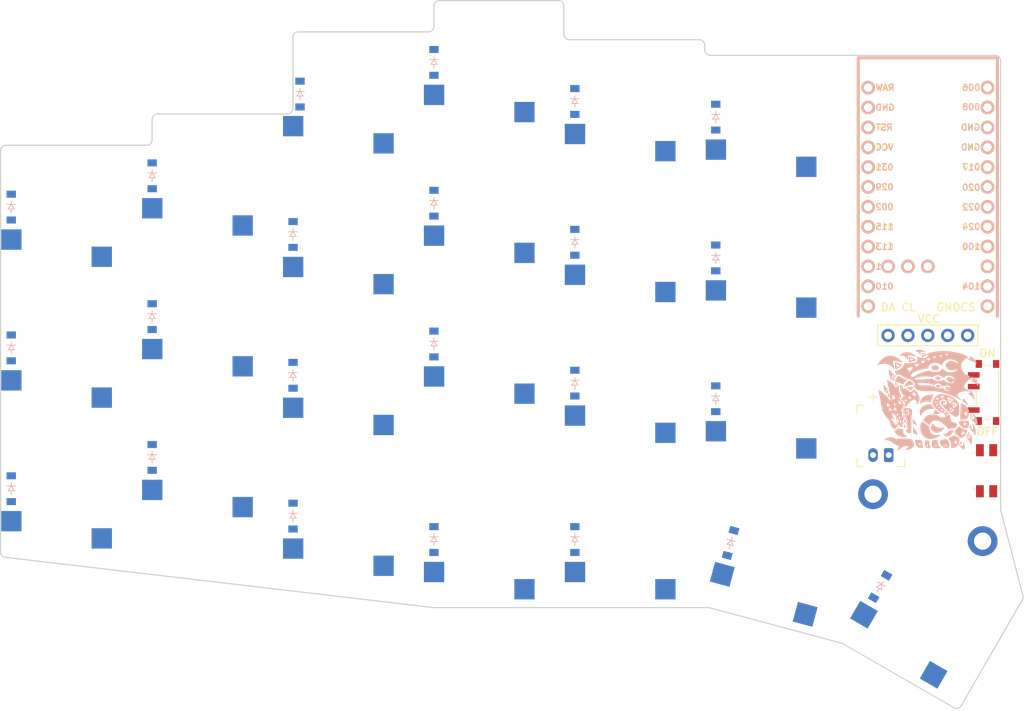
<source format=kicad_pcb>
(kicad_pcb (version 20171130) (host pcbnew 5.1.6)
  (title_block (title "left") (rev "v1.0.0") (company "Unknown"))
  (layers (0 F.Cu signal) (31 B.Cu signal) (34 B.Paste user) (35 F.Paste user) (36 B.SilkS user) (37 F.SilkS user) (38 B.Mask user) (39 F.Mask user) (44 Edge.Cuts user))
  (net 0 "")
  (net 1 "P031")
  (net 2 "outer_bottom")
  (net 3 "outer_home")
  (net 4 "outer_top")
  (net 5 "P029")
  (net 6 "pinky_bottom")
  (net 7 "pinky_home")
  (net 8 "pinky_top")
  (net 9 "P002")
  (net 10 "ring_bonus")
  (net 11 "ring_bottom")
  (net 12 "ring_home")
  (net 13 "ring_top")
  (net 14 "P115")
  (net 15 "middle_bottom")
  (net 16 "middle_home")
  (net 17 "middle_top")
  (net 18 "P113")
  (net 19 "index_bottom")
  (net 20 "index_home")
  (net 21 "index_top")
  (net 22 "P111")
  (net 23 "inner_bottom")
  (net 24 "inner_home")
  (net 25 "inner_top")
  (net 26 "inner_thumb")
  (net 27 "close_thumb")
  (net 28 "home_thumb")
  (net 29 "P010")
  (net 30 "outer_thumb")
  (net 31 "P022")
  (net 32 "P020")
  (net 33 "P017")
  (net 34 "P024")
  (net 35 "RAW")
  (net 36 "GND")
  (net 37 "RST")
  (net 38 "VCC")
  (net 39 "P009")
  (net 40 "P006")
  (net 41 "P008")
  (net 42 "P100")
  (net 43 "P011")
  (net 44 "P104")
  (net 45 "P106")
  (net 46 "P101")
  (net 47 "P102")
  (net 48 "P107")
  (net 49 "DISP1_1")
  (net 50 "DISP1_2")
  (net 51 "DISP1_4")
  (net 52 "DISP1_5")
  (net 53 "BAT_P")
  (net 54 "JST1_1")
  (net 55 "JST1_2")
  (module PG1350 (layer F.Cu) (at 170 172 180)
    (fp_text reference "S1" hide)
    (fp_text value "" hide)
    (pad "" np_thru_hole circle (at 0 0) (size 3.429 3.429) (drill 3.429) (layers *.Cu *.Mask))
    (pad "" np_thru_hole circle (at 5.5 0) (size 1.7018 1.7018) (drill 1.7018) (layers *.Cu *.Mask))
    (pad "" np_thru_hole circle (at -5.5 0) (size 1.7018 1.7018) (drill 1.7018) (layers *.Cu *.Mask))
    (pad "" np_thru_hole circle (at 5 -3.75) (size 3 3) (drill 3) (layers *.Cu *.Mask))
    (pad "" np_thru_hole circle (at 0 -5.95) (size 3 3) (drill 3) (layers *.Cu *.Mask))
    (pad 1 smd rect (at -3.275 -5.95 180) (size 2.6 2.6) (layers B.Cu B.Paste B.Mask) (net 1 "P031"))
    (pad 2 smd rect (at 8.275 -3.75 180) (size 2.6 2.6) (layers B.Cu B.Paste B.Mask) (net 2 "outer_bottom"))
  )
  (module PG1350 (layer F.Cu) (at 170 154 180)
    (fp_text reference "S2" hide)
    (fp_text value "" hide)
    (pad "" np_thru_hole circle (at 0 0) (size 3.429 3.429) (drill 3.429) (layers *.Cu *.Mask))
    (pad "" np_thru_hole circle (at 5.5 0) (size 1.7018 1.7018) (drill 1.7018) (layers *.Cu *.Mask))
    (pad "" np_thru_hole circle (at -5.5 0) (size 1.7018 1.7018) (drill 1.7018) (layers *.Cu *.Mask))
    (pad "" np_thru_hole circle (at 5 -3.75) (size 3 3) (drill 3) (layers *.Cu *.Mask))
    (pad "" np_thru_hole circle (at 0 -5.95) (size 3 3) (drill 3) (layers *.Cu *.Mask))
    (pad 1 smd rect (at -3.275 -5.95 180) (size 2.6 2.6) (layers B.Cu B.Paste B.Mask) (net 1 "P031"))
    (pad 2 smd rect (at 8.275 -3.75 180) (size 2.6 2.6) (layers B.Cu B.Paste B.Mask) (net 3 "outer_home"))
  )
  (module PG1350 (layer F.Cu) (at 170 136 180)
    (fp_text reference "S3" hide)
    (fp_text value "" hide)
    (pad "" np_thru_hole circle (at 0 0) (size 3.429 3.429) (drill 3.429) (layers *.Cu *.Mask))
    (pad "" np_thru_hole circle (at 5.5 0) (size 1.7018 1.7018) (drill 1.7018) (layers *.Cu *.Mask))
    (pad "" np_thru_hole circle (at -5.5 0) (size 1.7018 1.7018) (drill 1.7018) (layers *.Cu *.Mask))
    (pad "" np_thru_hole circle (at 5 -3.75) (size 3 3) (drill 3) (layers *.Cu *.Mask))
    (pad "" np_thru_hole circle (at 0 -5.95) (size 3 3) (drill 3) (layers *.Cu *.Mask))
    (pad 1 smd rect (at -3.275 -5.95 180) (size 2.6 2.6) (layers B.Cu B.Paste B.Mask) (net 1 "P031"))
    (pad 2 smd rect (at 8.275 -3.75 180) (size 2.6 2.6) (layers B.Cu B.Paste B.Mask) (net 4 "outer_top"))
  )
  (module PG1350 (layer F.Cu) (at 188 168 180)
    (fp_text reference "S4" hide)
    (fp_text value "" hide)
    (pad "" np_thru_hole circle (at 0 0) (size 3.429 3.429) (drill 3.429) (layers *.Cu *.Mask))
    (pad "" np_thru_hole circle (at 5.5 0) (size 1.7018 1.7018) (drill 1.7018) (layers *.Cu *.Mask))
    (pad "" np_thru_hole circle (at -5.5 0) (size 1.7018 1.7018) (drill 1.7018) (layers *.Cu *.Mask))
    (pad "" np_thru_hole circle (at 5 -3.75) (size 3 3) (drill 3) (layers *.Cu *.Mask))
    (pad "" np_thru_hole circle (at 0 -5.95) (size 3 3) (drill 3) (layers *.Cu *.Mask))
    (pad 1 smd rect (at -3.275 -5.95 180) (size 2.6 2.6) (layers B.Cu B.Paste B.Mask) (net 5 "P029"))
    (pad 2 smd rect (at 8.275 -3.75 180) (size 2.6 2.6) (layers B.Cu B.Paste B.Mask) (net 6 "pinky_bottom"))
  )
  (module PG1350 (layer F.Cu) (at 188 150 180)
    (fp_text reference "S5" hide)
    (fp_text value "" hide)
    (pad "" np_thru_hole circle (at 0 0) (size 3.429 3.429) (drill 3.429) (layers *.Cu *.Mask))
    (pad "" np_thru_hole circle (at 5.5 0) (size 1.7018 1.7018) (drill 1.7018) (layers *.Cu *.Mask))
    (pad "" np_thru_hole circle (at -5.5 0) (size 1.7018 1.7018) (drill 1.7018) (layers *.Cu *.Mask))
    (pad "" np_thru_hole circle (at 5 -3.75) (size 3 3) (drill 3) (layers *.Cu *.Mask))
    (pad "" np_thru_hole circle (at 0 -5.95) (size 3 3) (drill 3) (layers *.Cu *.Mask))
    (pad 1 smd rect (at -3.275 -5.95 180) (size 2.6 2.6) (layers B.Cu B.Paste B.Mask) (net 5 "P029"))
    (pad 2 smd rect (at 8.275 -3.75 180) (size 2.6 2.6) (layers B.Cu B.Paste B.Mask) (net 7 "pinky_home"))
  )
  (module PG1350 (layer F.Cu) (at 188 132 180)
    (fp_text reference "S6" hide)
    (fp_text value "" hide)
    (pad "" np_thru_hole circle (at 0 0) (size 3.429 3.429) (drill 3.429) (layers *.Cu *.Mask))
    (pad "" np_thru_hole circle (at 5.5 0) (size 1.7018 1.7018) (drill 1.7018) (layers *.Cu *.Mask))
    (pad "" np_thru_hole circle (at -5.5 0) (size 1.7018 1.7018) (drill 1.7018) (layers *.Cu *.Mask))
    (pad "" np_thru_hole circle (at 5 -3.75) (size 3 3) (drill 3) (layers *.Cu *.Mask))
    (pad "" np_thru_hole circle (at 0 -5.95) (size 3 3) (drill 3) (layers *.Cu *.Mask))
    (pad 1 smd rect (at -3.275 -5.95 180) (size 2.6 2.6) (layers B.Cu B.Paste B.Mask) (net 5 "P029"))
    (pad 2 smd rect (at 8.275 -3.75 180) (size 2.6 2.6) (layers B.Cu B.Paste B.Mask) (net 8 "pinky_top"))
  )
  (module PG1350 (layer F.Cu) (at 206 175.5 180)
    (fp_text reference "S7" hide)
    (fp_text value "" hide)
    (pad "" np_thru_hole circle (at 0 0) (size 3.429 3.429) (drill 3.429) (layers *.Cu *.Mask))
    (pad "" np_thru_hole circle (at 5.5 0) (size 1.7018 1.7018) (drill 1.7018) (layers *.Cu *.Mask))
    (pad "" np_thru_hole circle (at -5.5 0) (size 1.7018 1.7018) (drill 1.7018) (layers *.Cu *.Mask))
    (pad "" np_thru_hole circle (at 5 -3.75) (size 3 3) (drill 3) (layers *.Cu *.Mask))
    (pad "" np_thru_hole circle (at 0 -5.95) (size 3 3) (drill 3) (layers *.Cu *.Mask))
    (pad 1 smd rect (at -3.275 -5.95 180) (size 2.6 2.6) (layers B.Cu B.Paste B.Mask) (net 9 "P002"))
    (pad 2 smd rect (at 8.275 -3.75 180) (size 2.6 2.6) (layers B.Cu B.Paste B.Mask) (net 10 "ring_bonus"))
  )
  (module PG1350 (layer F.Cu) (at 206 157.5 180)
    (fp_text reference "S8" hide)
    (fp_text value "" hide)
    (pad "" np_thru_hole circle (at 0 0) (size 3.429 3.429) (drill 3.429) (layers *.Cu *.Mask))
    (pad "" np_thru_hole circle (at 5.5 0) (size 1.7018 1.7018) (drill 1.7018) (layers *.Cu *.Mask))
    (pad "" np_thru_hole circle (at -5.5 0) (size 1.7018 1.7018) (drill 1.7018) (layers *.Cu *.Mask))
    (pad "" np_thru_hole circle (at 5 -3.75) (size 3 3) (drill 3) (layers *.Cu *.Mask))
    (pad "" np_thru_hole circle (at 0 -5.95) (size 3 3) (drill 3) (layers *.Cu *.Mask))
    (pad 1 smd rect (at -3.275 -5.95 180) (size 2.6 2.6) (layers B.Cu B.Paste B.Mask) (net 9 "P002"))
    (pad 2 smd rect (at 8.275 -3.75 180) (size 2.6 2.6) (layers B.Cu B.Paste B.Mask) (net 11 "ring_bottom"))
  )
  (module PG1350 (layer F.Cu) (at 206 139.5 180)
    (fp_text reference "S9" hide)
    (fp_text value "" hide)
    (pad "" np_thru_hole circle (at 0 0) (size 3.429 3.429) (drill 3.429) (layers *.Cu *.Mask))
    (pad "" np_thru_hole circle (at 5.5 0) (size 1.7018 1.7018) (drill 1.7018) (layers *.Cu *.Mask))
    (pad "" np_thru_hole circle (at -5.5 0) (size 1.7018 1.7018) (drill 1.7018) (layers *.Cu *.Mask))
    (pad "" np_thru_hole circle (at 5 -3.75) (size 3 3) (drill 3) (layers *.Cu *.Mask))
    (pad "" np_thru_hole circle (at 0 -5.95) (size 3 3) (drill 3) (layers *.Cu *.Mask))
    (pad 1 smd rect (at -3.275 -5.95 180) (size 2.6 2.6) (layers B.Cu B.Paste B.Mask) (net 9 "P002"))
    (pad 2 smd rect (at 8.275 -3.75 180) (size 2.6 2.6) (layers B.Cu B.Paste B.Mask) (net 12 "ring_home"))
  )
  (module PG1350 (layer F.Cu) (at 206 121.5 180)
    (fp_text reference "S10" hide)
    (fp_text value "" hide)
    (pad "" np_thru_hole circle (at 0 0) (size 3.429 3.429) (drill 3.429) (layers *.Cu *.Mask))
    (pad "" np_thru_hole circle (at 5.5 0) (size 1.7018 1.7018) (drill 1.7018) (layers *.Cu *.Mask))
    (pad "" np_thru_hole circle (at -5.5 0) (size 1.7018 1.7018) (drill 1.7018) (layers *.Cu *.Mask))
    (pad "" np_thru_hole circle (at 5 -3.75) (size 3 3) (drill 3) (layers *.Cu *.Mask))
    (pad "" np_thru_hole circle (at 0 -5.95) (size 3 3) (drill 3) (layers *.Cu *.Mask))
    (pad 1 smd rect (at -3.275 -5.95 180) (size 2.6 2.6) (layers B.Cu B.Paste B.Mask) (net 9 "P002"))
    (pad 2 smd rect (at 8.275 -3.75 180) (size 2.6 2.6) (layers B.Cu B.Paste B.Mask) (net 13 "ring_top"))
  )
  (module PG1350 (layer F.Cu) (at 224 153.5 180)
    (fp_text reference "S11" hide)
    (fp_text value "" hide)
    (pad "" np_thru_hole circle (at 0 0) (size 3.429 3.429) (drill 3.429) (layers *.Cu *.Mask))
    (pad "" np_thru_hole circle (at 5.5 0) (size 1.7018 1.7018) (drill 1.7018) (layers *.Cu *.Mask))
    (pad "" np_thru_hole circle (at -5.5 0) (size 1.7018 1.7018) (drill 1.7018) (layers *.Cu *.Mask))
    (pad "" np_thru_hole circle (at 5 -3.75) (size 3 3) (drill 3) (layers *.Cu *.Mask))
    (pad "" np_thru_hole circle (at 0 -5.95) (size 3 3) (drill 3) (layers *.Cu *.Mask))
    (pad 1 smd rect (at -3.275 -5.95 180) (size 2.6 2.6) (layers B.Cu B.Paste B.Mask) (net 14 "P115"))
    (pad 2 smd rect (at 8.275 -3.75 180) (size 2.6 2.6) (layers B.Cu B.Paste B.Mask) (net 15 "middle_bottom"))
  )
  (module PG1350 (layer F.Cu) (at 224 135.5 180)
    (fp_text reference "S12" hide)
    (fp_text value "" hide)
    (pad "" np_thru_hole circle (at 0 0) (size 3.429 3.429) (drill 3.429) (layers *.Cu *.Mask))
    (pad "" np_thru_hole circle (at 5.5 0) (size 1.7018 1.7018) (drill 1.7018) (layers *.Cu *.Mask))
    (pad "" np_thru_hole circle (at -5.5 0) (size 1.7018 1.7018) (drill 1.7018) (layers *.Cu *.Mask))
    (pad "" np_thru_hole circle (at 5 -3.75) (size 3 3) (drill 3) (layers *.Cu *.Mask))
    (pad "" np_thru_hole circle (at 0 -5.95) (size 3 3) (drill 3) (layers *.Cu *.Mask))
    (pad 1 smd rect (at -3.275 -5.95 180) (size 2.6 2.6) (layers B.Cu B.Paste B.Mask) (net 14 "P115"))
    (pad 2 smd rect (at 8.275 -3.75 180) (size 2.6 2.6) (layers B.Cu B.Paste B.Mask) (net 16 "middle_home"))
  )
  (module PG1350 (layer F.Cu) (at 224 117.5 180)
    (fp_text reference "S13" hide)
    (fp_text value "" hide)
    (pad "" np_thru_hole circle (at 0 0) (size 3.429 3.429) (drill 3.429) (layers *.Cu *.Mask))
    (pad "" np_thru_hole circle (at 5.5 0) (size 1.7018 1.7018) (drill 1.7018) (layers *.Cu *.Mask))
    (pad "" np_thru_hole circle (at -5.5 0) (size 1.7018 1.7018) (drill 1.7018) (layers *.Cu *.Mask))
    (pad "" np_thru_hole circle (at 5 -3.75) (size 3 3) (drill 3) (layers *.Cu *.Mask))
    (pad "" np_thru_hole circle (at 0 -5.95) (size 3 3) (drill 3) (layers *.Cu *.Mask))
    (pad 1 smd rect (at -3.275 -5.95 180) (size 2.6 2.6) (layers B.Cu B.Paste B.Mask) (net 14 "P115"))
    (pad 2 smd rect (at 8.275 -3.75 180) (size 2.6 2.6) (layers B.Cu B.Paste B.Mask) (net 17 "middle_top"))
  )
  (module PG1350 (layer F.Cu) (at 242 158.5 180)
    (fp_text reference "S14" hide)
    (fp_text value "" hide)
    (pad "" np_thru_hole circle (at 0 0) (size 3.429 3.429) (drill 3.429) (layers *.Cu *.Mask))
    (pad "" np_thru_hole circle (at 5.5 0) (size 1.7018 1.7018) (drill 1.7018) (layers *.Cu *.Mask))
    (pad "" np_thru_hole circle (at -5.5 0) (size 1.7018 1.7018) (drill 1.7018) (layers *.Cu *.Mask))
    (pad "" np_thru_hole circle (at 5 -3.75) (size 3 3) (drill 3) (layers *.Cu *.Mask))
    (pad "" np_thru_hole circle (at 0 -5.95) (size 3 3) (drill 3) (layers *.Cu *.Mask))
    (pad 1 smd rect (at -3.275 -5.95 180) (size 2.6 2.6) (layers B.Cu B.Paste B.Mask) (net 18 "P113"))
    (pad 2 smd rect (at 8.275 -3.75 180) (size 2.6 2.6) (layers B.Cu B.Paste B.Mask) (net 19 "index_bottom"))
  )
  (module PG1350 (layer F.Cu) (at 242 140.5 180)
    (fp_text reference "S15" hide)
    (fp_text value "" hide)
    (pad "" np_thru_hole circle (at 0 0) (size 3.429 3.429) (drill 3.429) (layers *.Cu *.Mask))
    (pad "" np_thru_hole circle (at 5.5 0) (size 1.7018 1.7018) (drill 1.7018) (layers *.Cu *.Mask))
    (pad "" np_thru_hole circle (at -5.5 0) (size 1.7018 1.7018) (drill 1.7018) (layers *.Cu *.Mask))
    (pad "" np_thru_hole circle (at 5 -3.75) (size 3 3) (drill 3) (layers *.Cu *.Mask))
    (pad "" np_thru_hole circle (at 0 -5.95) (size 3 3) (drill 3) (layers *.Cu *.Mask))
    (pad 1 smd rect (at -3.275 -5.95 180) (size 2.6 2.6) (layers B.Cu B.Paste B.Mask) (net 18 "P113"))
    (pad 2 smd rect (at 8.275 -3.75 180) (size 2.6 2.6) (layers B.Cu B.Paste B.Mask) (net 20 "index_home"))
  )
  (module PG1350 (layer F.Cu) (at 242 122.5 180)
    (fp_text reference "S16" hide)
    (fp_text value "" hide)
    (pad "" np_thru_hole circle (at 0 0) (size 3.429 3.429) (drill 3.429) (layers *.Cu *.Mask))
    (pad "" np_thru_hole circle (at 5.5 0) (size 1.7018 1.7018) (drill 1.7018) (layers *.Cu *.Mask))
    (pad "" np_thru_hole circle (at -5.5 0) (size 1.7018 1.7018) (drill 1.7018) (layers *.Cu *.Mask))
    (pad "" np_thru_hole circle (at 5 -3.75) (size 3 3) (drill 3) (layers *.Cu *.Mask))
    (pad "" np_thru_hole circle (at 0 -5.95) (size 3 3) (drill 3) (layers *.Cu *.Mask))
    (pad 1 smd rect (at -3.275 -5.95 180) (size 2.6 2.6) (layers B.Cu B.Paste B.Mask) (net 18 "P113"))
    (pad 2 smd rect (at 8.275 -3.75 180) (size 2.6 2.6) (layers B.Cu B.Paste B.Mask) (net 21 "index_top"))
  )
  (module PG1350 (layer F.Cu) (at 260 160.5 180)
    (fp_text reference "S17" hide)
    (fp_text value "" hide)
    (pad "" np_thru_hole circle (at 0 0) (size 3.429 3.429) (drill 3.429) (layers *.Cu *.Mask))
    (pad "" np_thru_hole circle (at 5.5 0) (size 1.7018 1.7018) (drill 1.7018) (layers *.Cu *.Mask))
    (pad "" np_thru_hole circle (at -5.5 0) (size 1.7018 1.7018) (drill 1.7018) (layers *.Cu *.Mask))
    (pad "" np_thru_hole circle (at 5 -3.75) (size 3 3) (drill 3) (layers *.Cu *.Mask))
    (pad "" np_thru_hole circle (at 0 -5.95) (size 3 3) (drill 3) (layers *.Cu *.Mask))
    (pad 1 smd rect (at -3.275 -5.95 180) (size 2.6 2.6) (layers B.Cu B.Paste B.Mask) (net 22 "P111"))
    (pad 2 smd rect (at 8.275 -3.75 180) (size 2.6 2.6) (layers B.Cu B.Paste B.Mask) (net 23 "inner_bottom"))
  )
  (module PG1350 (layer F.Cu) (at 260 142.5 180)
    (fp_text reference "S18" hide)
    (fp_text value "" hide)
    (pad "" np_thru_hole circle (at 0 0) (size 3.429 3.429) (drill 3.429) (layers *.Cu *.Mask))
    (pad "" np_thru_hole circle (at 5.5 0) (size 1.7018 1.7018) (drill 1.7018) (layers *.Cu *.Mask))
    (pad "" np_thru_hole circle (at -5.5 0) (size 1.7018 1.7018) (drill 1.7018) (layers *.Cu *.Mask))
    (pad "" np_thru_hole circle (at 5 -3.75) (size 3 3) (drill 3) (layers *.Cu *.Mask))
    (pad "" np_thru_hole circle (at 0 -5.95) (size 3 3) (drill 3) (layers *.Cu *.Mask))
    (pad 1 smd rect (at -3.275 -5.95 180) (size 2.6 2.6) (layers B.Cu B.Paste B.Mask) (net 22 "P111"))
    (pad 2 smd rect (at 8.275 -3.75 180) (size 2.6 2.6) (layers B.Cu B.Paste B.Mask) (net 24 "inner_home"))
  )
  (module PG1350 (layer F.Cu) (at 260 124.5 180)
    (fp_text reference "S19" hide)
    (fp_text value "" hide)
    (pad "" np_thru_hole circle (at 0 0) (size 3.429 3.429) (drill 3.429) (layers *.Cu *.Mask))
    (pad "" np_thru_hole circle (at 5.5 0) (size 1.7018 1.7018) (drill 1.7018) (layers *.Cu *.Mask))
    (pad "" np_thru_hole circle (at -5.5 0) (size 1.7018 1.7018) (drill 1.7018) (layers *.Cu *.Mask))
    (pad "" np_thru_hole circle (at 5 -3.75) (size 3 3) (drill 3) (layers *.Cu *.Mask))
    (pad "" np_thru_hole circle (at 0 -5.95) (size 3 3) (drill 3) (layers *.Cu *.Mask))
    (pad 1 smd rect (at -3.275 -5.95 180) (size 2.6 2.6) (layers B.Cu B.Paste B.Mask) (net 22 "P111"))
    (pad 2 smd rect (at 8.275 -3.75 180) (size 2.6 2.6) (layers B.Cu B.Paste B.Mask) (net 25 "inner_top"))
  )
  (module PG1350 (layer F.Cu) (at 224 178.5 180)
    (fp_text reference "S20" hide)
    (fp_text value "" hide)
    (pad "" np_thru_hole circle (at 0 0) (size 3.429 3.429) (drill 3.429) (layers *.Cu *.Mask))
    (pad "" np_thru_hole circle (at 5.5 0) (size 1.7018 1.7018) (drill 1.7018) (layers *.Cu *.Mask))
    (pad "" np_thru_hole circle (at -5.5 0) (size 1.7018 1.7018) (drill 1.7018) (layers *.Cu *.Mask))
    (pad "" np_thru_hole circle (at 5 -3.75) (size 3 3) (drill 3) (layers *.Cu *.Mask))
    (pad "" np_thru_hole circle (at 0 -5.95) (size 3 3) (drill 3) (layers *.Cu *.Mask))
    (pad 1 smd rect (at -3.275 -5.95 180) (size 2.6 2.6) (layers B.Cu B.Paste B.Mask) (net 14 "P115"))
    (pad 2 smd rect (at 8.275 -3.75 180) (size 2.6 2.6) (layers B.Cu B.Paste B.Mask) (net 26 "inner_thumb"))
  )
  (module PG1350 (layer F.Cu) (at 242 178.5 180)
    (fp_text reference "S21" hide)
    (fp_text value "" hide)
    (pad "" np_thru_hole circle (at 0 0) (size 3.429 3.429) (drill 3.429) (layers *.Cu *.Mask))
    (pad "" np_thru_hole circle (at 5.5 0) (size 1.7018 1.7018) (drill 1.7018) (layers *.Cu *.Mask))
    (pad "" np_thru_hole circle (at -5.5 0) (size 1.7018 1.7018) (drill 1.7018) (layers *.Cu *.Mask))
    (pad "" np_thru_hole circle (at 5 -3.75) (size 3 3) (drill 3) (layers *.Cu *.Mask))
    (pad "" np_thru_hole circle (at 0 -5.95) (size 3 3) (drill 3) (layers *.Cu *.Mask))
    (pad 1 smd rect (at -3.275 -5.95 180) (size 2.6 2.6) (layers B.Cu B.Paste B.Mask) (net 18 "P113"))
    (pad 2 smd rect (at 8.275 -3.75 180) (size 2.6 2.6) (layers B.Cu B.Paste B.Mask) (net 27 "close_thumb"))
  )
  (module PG1350 (layer F.Cu) (at 261.5050658 181.0678906 165)
    (fp_text reference "S22" hide)
    (fp_text value "" hide)
    (pad "" np_thru_hole circle (at 0 0) (size 3.429 3.429) (drill 3.429) (layers *.Cu *.Mask))
    (pad "" np_thru_hole circle (at 5.5 0) (size 1.7018 1.7018) (drill 1.7018) (layers *.Cu *.Mask))
    (pad "" np_thru_hole circle (at -5.5 0) (size 1.7018 1.7018) (drill 1.7018) (layers *.Cu *.Mask))
    (pad "" np_thru_hole circle (at 5 -3.75) (size 3 3) (drill 3) (layers *.Cu *.Mask))
    (pad "" np_thru_hole circle (at 0 -5.95) (size 3 3) (drill 3) (layers *.Cu *.Mask))
    (pad 1 smd rect (at -3.275 -5.95 165) (size 2.6 2.6) (layers B.Cu B.Paste B.Mask) (net 22 "P111"))
    (pad 2 smd rect (at 8.275 -3.75 165) (size 2.6 2.6) (layers B.Cu B.Paste B.Mask) (net 28 "home_thumb"))
  )
  (module PG1350 (layer F.Cu) (at 279.6808935 188.5965649 150)
    (fp_text reference "S23" hide)
    (fp_text value "" hide)
    (pad "" np_thru_hole circle (at 0 0) (size 3.429 3.429) (drill 3.429) (layers *.Cu *.Mask))
    (pad "" np_thru_hole circle (at 5.5 0) (size 1.7018 1.7018) (drill 1.7018) (layers *.Cu *.Mask))
    (pad "" np_thru_hole circle (at -5.5 0) (size 1.7018 1.7018) (drill 1.7018) (layers *.Cu *.Mask))
    (pad "" np_thru_hole circle (at 5 -3.75) (size 3 3) (drill 3) (layers *.Cu *.Mask))
    (pad "" np_thru_hole circle (at 0 -5.95) (size 3 3) (drill 3) (layers *.Cu *.Mask))
    (pad 1 smd rect (at -3.275 -5.95 150) (size 2.6 2.6) (layers B.Cu B.Paste B.Mask) (net 29 "P010"))
    (pad 2 smd rect (at 8.275 -3.75 150) (size 2.6 2.6) (layers B.Cu B.Paste B.Mask) (net 30 "outer_thumb"))
  )
  (footprint "ceoloide:diode_tht_sod123" (layer "B.Cu") (at 161.71 171.6 -90)
    (property "Reference" "D1" hide)
    (pad "2" smd rect (at 1.65 0 -90) (size 0.9 1.2) (layers "B.Cu" "B.Paste" "B.Mask") (net 2 "outer_bottom"))
    (pad "1" smd rect (at -1.65 0 -90) (size 0.9 1.2) (layers "B.Cu" "B.Paste" "B.Mask") (net 31 "P022"))
  )
  (footprint "ceoloide:diode_tht_sod123" (layer "B.Cu") (at 161.71 153.6 -90)
    (property "Reference" "D2" hide)
    (pad "2" smd rect (at 1.65 0 -90) (size 0.9 1.2) (layers "B.Cu" "B.Paste" "B.Mask") (net 3 "outer_home"))
    (pad "1" smd rect (at -1.65 0 -90) (size 0.9 1.2) (layers "B.Cu" "B.Paste" "B.Mask") (net 32 "P020"))
  )
  (footprint "ceoloide:diode_tht_sod123" (layer "B.Cu") (at 161.71 135.6 -90)
    (property "Reference" "D3" hide)
    (pad "2" smd rect (at 1.65 0 -90) (size 0.9 1.2) (layers "B.Cu" "B.Paste" "B.Mask") (net 4 "outer_top"))
    (pad "1" smd rect (at -1.65 0 -90) (size 0.9 1.2) (layers "B.Cu" "B.Paste" "B.Mask") (net 33 "P017"))
  )
  (footprint "ceoloide:diode_tht_sod123" (layer "B.Cu") (at 179.71 167.6 -90)
    (property "Reference" "D4" hide)
    (pad "2" smd rect (at 1.65 0 -90) (size 0.9 1.2) (layers "B.Cu" "B.Paste" "B.Mask") (net 6 "pinky_bottom"))
    (pad "1" smd rect (at -1.65 0 -90) (size 0.9 1.2) (layers "B.Cu" "B.Paste" "B.Mask") (net 31 "P022"))
  )
  (footprint "ceoloide:diode_tht_sod123" (layer "B.Cu") (at 179.71 149.6 -90)
    (property "Reference" "D5" hide)
    (pad "2" smd rect (at 1.65 0 -90) (size 0.9 1.2) (layers "B.Cu" "B.Paste" "B.Mask") (net 7 "pinky_home"))
    (pad "1" smd rect (at -1.65 0 -90) (size 0.9 1.2) (layers "B.Cu" "B.Paste" "B.Mask") (net 32 "P020"))
  )
  (footprint "ceoloide:diode_tht_sod123" (layer "B.Cu") (at 179.71 131.6 -90)
    (property "Reference" "D6" hide)
    (pad "2" smd rect (at 1.65 0 -90) (size 0.9 1.2) (layers "B.Cu" "B.Paste" "B.Mask") (net 8 "pinky_top"))
    (pad "1" smd rect (at -1.65 0 -90) (size 0.9 1.2) (layers "B.Cu" "B.Paste" "B.Mask") (net 33 "P017"))
  )
  (footprint "ceoloide:diode_tht_sod123" (layer "B.Cu") (at 197.71 175.1 -90)
    (property "Reference" "D7" hide)
    (pad "2" smd rect (at 1.65 0 -90) (size 0.9 1.2) (layers "B.Cu" "B.Paste" "B.Mask") (net 10 "ring_bonus"))
    (pad "1" smd rect (at -1.65 0 -90) (size 0.9 1.2) (layers "B.Cu" "B.Paste" "B.Mask") (net 34 "P024"))
  )
  (footprint "ceoloide:diode_tht_sod123" (layer "B.Cu") (at 197.71 157.1 -90)
    (property "Reference" "D8" hide)
    (pad "2" smd rect (at 1.65 0 -90) (size 0.9 1.2) (layers "B.Cu" "B.Paste" "B.Mask") (net 11 "ring_bottom"))
    (pad "1" smd rect (at -1.65 0 -90) (size 0.9 1.2) (layers "B.Cu" "B.Paste" "B.Mask") (net 31 "P022"))
  )
  (footprint "ceoloide:diode_tht_sod123" (layer "B.Cu") (at 197.71 139.1 -90)
    (property "Reference" "D9" hide)
    (pad "2" smd rect (at 1.65 0 -90) (size 0.9 1.2) (layers "B.Cu" "B.Paste" "B.Mask") (net 12 "ring_home"))
    (pad "1" smd rect (at -1.65 0 -90) (size 0.9 1.2) (layers "B.Cu" "B.Paste" "B.Mask") (net 32 "P020"))
  )
  (footprint "ceoloide:diode_tht_sod123" (layer "B.Cu") (at 215.71 153.1 -90)
    (property "Reference" "D10" hide)
    (pad "2" smd rect (at 1.65 0 -90) (size 0.9 1.2) (layers "B.Cu" "B.Paste" "B.Mask") (net 15 "middle_bottom"))
    (pad "1" smd rect (at -1.65 0 -90) (size 0.9 1.2) (layers "B.Cu" "B.Paste" "B.Mask") (net 31 "P022"))
  )
  (footprint "ceoloide:diode_tht_sod123" (layer "B.Cu") (at 215.71 135.1 -90)
    (property "Reference" "D11" hide)
    (pad "2" smd rect (at 1.65 0 -90) (size 0.9 1.2) (layers "B.Cu" "B.Paste" "B.Mask") (net 16 "middle_home"))
    (pad "1" smd rect (at -1.65 0 -90) (size 0.9 1.2) (layers "B.Cu" "B.Paste" "B.Mask") (net 32 "P020"))
  )
  (footprint "ceoloide:diode_tht_sod123" (layer "B.Cu") (at 215.71 117.1 -90)
    (property "Reference" "D12" hide)
    (pad "2" smd rect (at 1.65 0 -90) (size 0.9 1.2) (layers "B.Cu" "B.Paste" "B.Mask") (net 17 "middle_top"))
    (pad "1" smd rect (at -1.65 0 -90) (size 0.9 1.2) (layers "B.Cu" "B.Paste" "B.Mask") (net 33 "P017"))
  )
  (footprint "ceoloide:diode_tht_sod123" (layer "B.Cu") (at 233.71 158.1 -90)
    (property "Reference" "D13" hide)
    (pad "2" smd rect (at 1.65 0 -90) (size 0.9 1.2) (layers "B.Cu" "B.Paste" "B.Mask") (net 19 "index_bottom"))
    (pad "1" smd rect (at -1.65 0 -90) (size 0.9 1.2) (layers "B.Cu" "B.Paste" "B.Mask") (net 31 "P022"))
  )
  (footprint "ceoloide:diode_tht_sod123" (layer "B.Cu") (at 233.71 140.1 -90)
    (property "Reference" "D14" hide)
    (pad "2" smd rect (at 1.65 0 -90) (size 0.9 1.2) (layers "B.Cu" "B.Paste" "B.Mask") (net 20 "index_home"))
    (pad "1" smd rect (at -1.65 0 -90) (size 0.9 1.2) (layers "B.Cu" "B.Paste" "B.Mask") (net 32 "P020"))
  )
  (footprint "ceoloide:diode_tht_sod123" (layer "B.Cu") (at 233.71 122.1 -90)
    (property "Reference" "D15" hide)
    (pad "2" smd rect (at 1.65 0 -90) (size 0.9 1.2) (layers "B.Cu" "B.Paste" "B.Mask") (net 21 "index_top"))
    (pad "1" smd rect (at -1.65 0 -90) (size 0.9 1.2) (layers "B.Cu" "B.Paste" "B.Mask") (net 33 "P017"))
  )
  (footprint "ceoloide:diode_tht_sod123" (layer "B.Cu") (at 251.71 160.1 -90)
    (property "Reference" "D16" hide)
    (pad "2" smd rect (at 1.65 0 -90) (size 0.9 1.2) (layers "B.Cu" "B.Paste" "B.Mask") (net 23 "inner_bottom"))
    (pad "1" smd rect (at -1.65 0 -90) (size 0.9 1.2) (layers "B.Cu" "B.Paste" "B.Mask") (net 31 "P022"))
  )
  (footprint "ceoloide:diode_tht_sod123" (layer "B.Cu") (at 251.71 142.1 -90)
    (property "Reference" "D17" hide)
    (pad "2" smd rect (at 1.65 0 -90) (size 0.9 1.2) (layers "B.Cu" "B.Paste" "B.Mask") (net 24 "inner_home"))
    (pad "1" smd rect (at -1.65 0 -90) (size 0.9 1.2) (layers "B.Cu" "B.Paste" "B.Mask") (net 32 "P020"))
  )
  (footprint "ceoloide:diode_tht_sod123" (layer "B.Cu") (at 251.71 124.1 -90)
    (property "Reference" "D18" hide)
    (pad "2" smd rect (at 1.65 0 -90) (size 0.9 1.2) (layers "B.Cu" "B.Paste" "B.Mask") (net 25 "inner_top"))
    (pad "1" smd rect (at -1.65 0 -90) (size 0.9 1.2) (layers "B.Cu" "B.Paste" "B.Mask") (net 33 "P017"))
  )
  (footprint "ceoloide:diode_tht_sod123" (layer "B.Cu") (at 215.71 178.1 -90)
    (property "Reference" "D19" hide)
    (pad "2" smd rect (at 1.65 0 -90) (size 0.9 1.2) (layers "B.Cu" "B.Paste" "B.Mask") (net 26 "inner_thumb"))
    (pad "1" smd rect (at -1.65 0 -90) (size 0.9 1.2) (layers "B.Cu" "B.Paste" "B.Mask") (net 34 "P024"))
  )
  (footprint "ceoloide:diode_tht_sod123" (layer "B.Cu") (at 233.71 178.1 -90)
    (property "Reference" "D20" hide)
    (pad "2" smd rect (at 1.65 0 -90) (size 0.9 1.2) (layers "B.Cu" "B.Paste" "B.Mask") (net 27 "close_thumb"))
    (pad "1" smd rect (at -1.65 0 -90) (size 0.9 1.2) (layers "B.Cu" "B.Paste" "B.Mask") (net 34 "P024"))
  )
  (footprint "ceoloide:diode_tht_sod123" (layer "B.Cu") (at 253.6010683 178.5359104 -105)
    (property "Reference" "D21" hide)
    (pad "2" smd rect (at 1.65 0 -105) (size 0.9 1.2) (layers "B.Cu" "B.Paste" "B.Mask") (net 28 "home_thumb"))
    (pad "1" smd rect (at -1.65 0 -105) (size 0.9 1.2) (layers "B.Cu" "B.Paste" "B.Mask") (net 34 "P024"))
  )
  (footprint "ceoloide:diode_tht_sod123" (layer "B.Cu") (at 272.70154290000005 184.1051547 -120)
    (property "Reference" "D22" hide)
    (pad "2" smd rect (at 1.65 0 -120) (size 0.9 1.2) (layers "B.Cu" "B.Paste" "B.Mask") (net 30 "outer_thumb"))
    (pad "1" smd rect (at -1.65 0 -120) (size 0.9 1.2) (layers "B.Cu" "B.Paste" "B.Mask") (net 34 "P024"))
  )
  (footprint "ceoloide:diode_tht_sod123" (layer "B.Cu") (at 198.6 121.15 -90)
    (property "Reference" "D23" hide)
    (pad "2" smd rect (at 1.65 0 -90) (size 0.9 1.2) (layers "B.Cu" "B.Paste" "B.Mask") (net 13 "ring_top"))
    (pad "1" smd rect (at -1.65 0 -90) (size 0.9 1.2) (layers "B.Cu" "B.Paste" "B.Mask") (net 33 "P017"))
  )
  (module nice_nano (layer F.Cu) (at 278.8 134.3 -90)
    (fp_text reference "MCU1" hide)
    (fp_text user RAW (at -13.97 5.473715 0) (layer F.SilkS) (effects (font (size 0.8 0.8))))
    (fp_text user GND (at -11.43 5.454667 0) (layer F.SilkS) (effects (font (size 0.8 0.8))))
    (fp_text user RST (at -8.89 5.588 0) (layer F.SilkS) (effects (font (size 0.8 0.8))))
    (fp_text user VCC (at -6.35 5.537191 0) (layer F.SilkS) (effects (font (size 0.8 0.8))))
    (fp_text user 031 (at -3.81 5.537191 0) (layer F.SilkS) (effects (font (size 0.8 0.8))))
    (fp_text user 029 (at -1.27 5.537191 0) (layer F.SilkS) (effects (font (size 0.8 0.8))))
    (fp_text user 002 (at 1.27 5.537191 0) (layer F.SilkS) (effects (font (size 0.8 0.8))))
    (fp_text user 115 (at 3.81 5.537191 0) (layer F.SilkS) (effects (font (size 0.8 0.8))))
    (fp_text user 113 (at 6.35 5.537191 0) (layer F.SilkS) (effects (font (size 0.8 0.8))))
    (fp_text user 111 (at 8.89 5.537191 0) (layer F.SilkS) (effects (font (size 0.8 0.8))))
    (fp_text user 010 (at 11.43 5.537191 0) (layer F.SilkS) (effects (font (size 0.8 0.8))))
    (fp_text user 006 (at -13.97 -5.53719 0) (layer F.SilkS) (effects (font (size 0.8 0.8))))
    (fp_text user 008 (at -11.5 -5.53719 0) (layer F.SilkS) (effects (font (size 0.8 0.8))))
    (fp_text user GND (at -8.89 -5.461 0) (layer F.SilkS) (effects (font (size 0.8 0.8))))
    (fp_text user GND (at -6.35 -5.461 0) (layer F.SilkS) (effects (font (size 0.8 0.8))))
    (fp_text user 017 (at -3.8 -5.53719 0) (layer F.SilkS) (effects (font (size 0.8 0.8))))
    (fp_text user 020 (at -1.2 -5.53719 0) (layer F.SilkS) (effects (font (size 0.8 0.8))))
    (fp_text user 022 (at 1.3 -5.53719 0) (layer F.SilkS) (effects (font (size 0.8 0.8))))
    (fp_text user 024 (at 3.81 -5.53719 0) (layer F.SilkS) (effects (font (size 0.8 0.8))))
    (fp_text user 100 (at 6.35 -5.53719 0) (layer F.SilkS) (effects (font (size 0.8 0.8))))
    (fp_text user 104 (at 11.43 -5.53719 0) (layer F.SilkS) (effects (font (size 0.8 0.8))))
    (fp_text user RAW (at -13.97 5.473715 0) (layer B.SilkS) (effects (font (size 0.8 0.8)) (justify mirror)))
    (fp_text user GND (at -11.43 5.454667 0) (layer B.SilkS) (effects (font (size 0.8 0.8)) (justify mirror)))
    (fp_text user RST (at -8.89 5.588 0) (layer B.SilkS) (effects (font (size 0.8 0.8)) (justify mirror)))
    (fp_text user VCC (at -6.35 5.537191 0) (layer B.SilkS) (effects (font (size 0.8 0.8)) (justify mirror)))
    (fp_text user 031 (at -3.81 5.537191 0) (layer B.SilkS) (effects (font (size 0.8 0.8)) (justify mirror)))
    (fp_text user 029 (at -1.27 5.537191 0) (layer B.SilkS) (effects (font (size 0.8 0.8)) (justify mirror)))
    (fp_text user 002 (at 1.27 5.537191 0) (layer B.SilkS) (effects (font (size 0.8 0.8)) (justify mirror)))
    (fp_text user 115 (at 3.81 5.537191 0) (layer B.SilkS) (effects (font (size 0.8 0.8)) (justify mirror)))
    (fp_text user 113 (at 6.35 5.537191 0) (layer B.SilkS) (effects (font (size 0.8 0.8)) (justify mirror)))
    (fp_text user 111 (at 8.89 5.537191 0) (layer B.SilkS) (effects (font (size 0.8 0.8)) (justify mirror)))
    (fp_text user 010 (at 11.43 5.537191 0) (layer B.SilkS) (effects (font (size 0.8 0.8)) (justify mirror)))
    (fp_text user 006 (at -13.97 -5.53719 0) (layer B.SilkS) (effects (font (size 0.8 0.8)) (justify mirror)))
    (fp_text user 008 (at -11.5 -5.53719 0) (layer B.SilkS) (effects (font (size 0.8 0.8)) (justify mirror)))
    (fp_text user GND (at -8.89 -5.461 0) (layer B.SilkS) (effects (font (size 0.8 0.8)) (justify mirror)))
    (fp_text user GND (at -6.35 -5.461 0) (layer B.SilkS) (effects (font (size 0.8 0.8)) (justify mirror)))
    (fp_text user 017 (at -3.8 -5.53719 0) (layer B.SilkS) (effects (font (size 0.8 0.8)) (justify mirror)))
    (fp_text user 020 (at -1.2 -5.53719 0) (layer B.SilkS) (effects (font (size 0.8 0.8)) (justify mirror)))
    (fp_text user 022 (at 1.3 -5.53719 0) (layer B.SilkS) (effects (font (size 0.8 0.8)) (justify mirror)))
    (fp_text user 024 (at 3.81 -5.53719 0) (layer B.SilkS) (effects (font (size 0.8 0.8)) (justify mirror)))
    (fp_text user 100 (at 6.35 -5.53719 0) (layer B.SilkS) (effects (font (size 0.8 0.8)) (justify mirror)))
    (fp_text user 104 (at 11.43 -5.53719 0) (layer B.SilkS) (effects (font (size 0.8 0.8)) (justify mirror)))
    (pad 1 thru_hole circle (at -13.97 -7.62) (size 1.7526 1.7526) (drill 1.0922) (layers *.Cu *.SilkS *.Mask) (net 40 "P006"))
    (pad 2 thru_hole circle (at -11.43 -7.62) (size 1.7526 1.7526) (drill 1.0922) (layers *.Cu *.SilkS *.Mask) (net 41 "P008"))
    (pad 3 thru_hole circle (at -8.89 -7.62) (size 1.7526 1.7526) (drill 1.0922) (layers *.Cu *.SilkS *.Mask) (net 36 "GND"))
    (pad 4 thru_hole circle (at -6.35 -7.62) (size 1.7526 1.7526) (drill 1.0922) (layers *.Cu *.SilkS *.Mask) (net 36 "GND"))
    (pad 5 thru_hole circle (at -3.81 -7.62) (size 1.7526 1.7526) (drill 1.0922) (layers *.Cu *.SilkS *.Mask) (net 33 "P017"))
    (pad 6 thru_hole circle (at -1.27 -7.62) (size 1.7526 1.7526) (drill 1.0922) (layers *.Cu *.SilkS *.Mask) (net 32 "P020"))
    (pad 7 thru_hole circle (at 1.27 -7.62) (size 1.7526 1.7526) (drill 1.0922) (layers *.Cu *.SilkS *.Mask) (net 31 "P022"))
    (pad 8 thru_hole circle (at 3.81 -7.62) (size 1.7526 1.7526) (drill 1.0922) (layers *.Cu *.SilkS *.Mask) (net 34 "P024"))
    (pad 9 thru_hole circle (at 6.35 -7.62) (size 1.7526 1.7526) (drill 1.0922) (layers *.Cu *.SilkS *.Mask) (net 42 "P100"))
    (pad 10 thru_hole circle (at 8.89 -7.62) (size 1.7526 1.7526) (drill 1.0922) (layers *.Cu *.SilkS *.Mask) (net 43 "P011"))
    (pad 11 thru_hole circle (at 11.43 -7.62) (size 1.7526 1.7526) (drill 1.0922) (layers *.Cu *.SilkS *.Mask) (net 44 "P104"))
    (pad 12 thru_hole circle (at 13.97 -7.62) (size 1.7526 1.7526) (drill 1.0922) (layers *.Cu *.SilkS *.Mask) (net 45 "P106"))
    (pad 13 thru_hole circle (at 13.97 7.62) (size 1.7526 1.7526) (drill 1.0922) (layers *.Cu *.SilkS *.Mask) (net 39 "P009"))
    (pad 14 thru_hole circle (at 11.43 7.62) (size 1.7526 1.7526) (drill 1.0922) (layers *.Cu *.SilkS *.Mask) (net 29 "P010"))
    (pad 15 thru_hole circle (at 8.89 7.62) (size 1.7526 1.7526) (drill 1.0922) (layers *.Cu *.SilkS *.Mask) (net 22 "P111"))
    (pad 16 thru_hole circle (at 6.35 7.62) (size 1.7526 1.7526) (drill 1.0922) (layers *.Cu *.SilkS *.Mask) (net 18 "P113"))
    (pad 17 thru_hole circle (at 3.81 7.62) (size 1.7526 1.7526) (drill 1.0922) (layers *.Cu *.SilkS *.Mask) (net 14 "P115"))
    (pad 18 thru_hole circle (at 1.27 7.62) (size 1.7526 1.7526) (drill 1.0922) (layers *.Cu *.SilkS *.Mask) (net 9 "P002"))
    (pad 19 thru_hole circle (at -1.27 7.62) (size 1.7526 1.7526) (drill 1.0922) (layers *.Cu *.SilkS *.Mask) (net 5 "P029"))
    (pad 20 thru_hole circle (at -3.81 7.62) (size 1.7526 1.7526) (drill 1.0922) (layers *.Cu *.SilkS *.Mask) (net 1 "P031"))
    (pad 21 thru_hole circle (at -6.35 7.62) (size 1.7526 1.7526) (drill 1.0922) (layers *.Cu *.SilkS *.Mask) (net 38 "VCC"))
    (pad 22 thru_hole circle (at -8.89 7.62) (size 1.7526 1.7526) (drill 1.0922) (layers *.Cu *.SilkS *.Mask) (net 37 "RST"))
    (pad 23 thru_hole circle (at -11.43 7.62) (size 1.7526 1.7526) (drill 1.0922) (layers *.Cu *.SilkS *.Mask) (net 36 "GND"))
    (pad 24 thru_hole circle (at -13.97 7.62) (size 1.7526 1.7526) (drill 1.0922) (layers *.Cu *.SilkS *.Mask) (net 35 "RAW"))
    (pad 31 thru_hole circle (at 8.89 5.08) (size 1.7526 1.7526) (drill 1.0922) (layers *.Cu *.SilkS *.Mask) (net 46 "P101"))
    (pad 32 thru_hole circle (at 8.89 2.54) (size 1.7526 1.7526) (drill 1.0922) (layers *.Cu *.SilkS *.Mask) (net 47 "P102"))
    (pad 33 thru_hole circle (at 8.89 0) (size 1.7526 1.7526) (drill 1.0922) (layers *.Cu *.SilkS *.Mask) (net 48 "P107"))
  )
  (footprint "ceoloide:display_nice_view" (layer F.Cu) (at 278.8 135.3 0)
    (property "Reference" "DISP1" hide)
    (fp_text user "DA" (at -5.08 13.1 0) (layer "F.SilkS"))
    (fp_text user "CS" (at 5.12 13.1 0) (layer "F.SilkS"))
    (fp_text user "GND" (at 2.62 13.1 0) (layer "F.SilkS"))
    (fp_text user "VCC" (at 0.15 14.6 0) (layer "F.SilkS"))
    (fp_text user "CL" (at -2.48 13.1 0) (layer "F.SilkS"))
    (pad "1" thru_hole oval (at -5.08 16.7 270) (size 1.7 1.7) (drill 1) (layers "*.Cu" "*.Mask") (net 43 "P011"))
    (pad "2" thru_hole oval (at -2.54 16.7 270) (size 1.7 1.7) (drill 1) (layers "*.Cu" "*.Mask") (net 36 "GND"))
    (pad "3" thru_hole oval (at 0 16.7 270) (size 1.7 1.7) (drill 1) (layers "*.Cu" "*.Mask") (net 38 "VCC"))
    (pad "4" thru_hole oval (at 2.54 16.7 270) (size 1.7 1.7) (drill 1) (layers "*.Cu" "*.Mask") (net 44 "P104"))
    (pad "5" thru_hole circle (at 5.08 16.7 270) (size 1.7 1.7) (drill 1) (layers "*.Cu" "*.Mask") (net 45 "P106"))
  )
  (footprint "ceoloide:power_switch_smd_side" (layer "F.Cu") (at 286.40000000000003 159.3 0)
    (property "Reference" "PWR1" hide)
    (pad "" smd rect (at 1.125 -3.65 90) (size 1 0.8) (layers "F.Cu" "F.Paste" "F.Mask"))
    (pad "" smd rect (at -1.085 -3.65 90) (size 1 0.8) (layers "F.Cu" "F.Paste" "F.Mask"))
    (pad "" smd rect (at -1.085 3.65 90) (size 1 0.8) (layers "F.Cu" "F.Paste" "F.Mask"))
    (pad "" smd rect (at 1.125 3.65 90) (size 1 0.8) (layers "F.Cu" "F.Paste" "F.Mask"))
    (pad "1" smd rect (at -1.735 2.25 90) (size 0.7 1.5) (layers "F.Cu" "F.Paste" "F.Mask"))
    (pad "2" smd rect (at -1.735 -0.75 90) (size 0.7 1.5) (layers "F.Cu" "F.Paste" "F.Mask") (net 35 "RAW"))
    (pad "3" smd rect (at -1.735 -2.25 90) (size 0.7 1.5) (layers "F.Cu" "F.Paste" "F.Mask") (net 53 "BAT_P"))
    (fp_text user "ON" (at 0 -5 0) (layer "F.SilkS"))
    (fp_text user "OFF" (at 0 5 0) (layer "F.SilkS"))
    (pad "" np_thru_hole circle (at 0.025 -1.5 90) (size 0.9 0.9) (drill 0.9) (layers "*.Cu" "*.Mask"))
    (pad "" np_thru_hole circle (at 0.025 1.5 90) (size 0.9 0.9) (drill 0.9) (layers "*.Cu" "*.Mask"))
  )
  (footprint "ceoloide:reset_switch_smd_side" (layer "F.Cu") (at 286.3 169.3 -90)
    (property "Reference" "RST1" hide)
    (pad "" np_thru_hole circle (at 0 -1.375 90) (size 0.75 0.75) (drill 0.75) (layers "*.Cu" "*.Mask"))
    (pad "" np_thru_hole circle (at 0 1.375 90) (size 0.75 0.75) (drill 0.75) (layers "*.Cu" "*.Mask"))
    (pad "1" smd rect (at 2.625 -0.85 90) (size 1.55 1) (layers "F.Cu" "F.Paste" "F.Mask") (net 36 "GND"))
    (pad "2" smd rect (at 2.625 0.85 90) (size 1.55 1) (layers "F.Cu" "F.Paste" "F.Mask") (net 37 "RST"))
    (pad "3" smd rect (at -2.625 -0.85 90) (size 1.55 1) (layers "F.Cu" "F.Paste" "F.Mask") (net 36 "GND"))
    (pad "4" smd rect (at -2.625 0.85 90) (size 1.55 1) (layers "F.Cu" "F.Paste" "F.Mask") (net 37 "RST"))
  )
  (footprint "ceoloide:battery_connector_jst_ph_2" (layer "F.Cu") (at 272.8 167.3 180)
    (property "Reference" "JST1" hide)
    (pad "1" thru_hole roundrect (at -1 0 180) (size 1.2 1.75) (drill 0.75) (layers "*.Cu" "*.Mask") (roundrect_rratio 0.20) (net 36 "GND"))
    (pad "2" thru_hole oval (at 1 0 180) (size 1.2 1.75) (drill 0.75) (layers "*.Cu" "*.Mask") (net 53 "BAT_P"))
  )
  (footprint "ceoloide:mounting_hole_plated" (layer "F.Cu") (at 271.8 172.3 0)
    (property "Reference" "H1" hide)
    (pad "" thru_hole circle (at 0 0 0) (size 3.8000000000000003 3.8000000000000003) (drill 2.2) (layers "*.Cu" "*.Mask"))
  )
  (footprint "ceoloide:mounting_hole_plated" (layer "F.Cu") (at 285.8 178.3 0)
    (property "Reference" "H2" hide)
    (pad "" thru_hole circle (at 0 0 0) (size 3.8000000000000003 3.8000000000000003) (drill 2.2) (layers "*.Cu" "*.Mask"))
  )
  (footprint "ceoloide:mounting_hole_npth" (layer "F.Cu") (at 251 133.5 0)
    (property "Reference" "MH1" hide)
    (pad "" np_thru_hole circle (at 0 0 0) (size 3 3) (drill 3) (layers "*.Cu" "*.Mask"))
  )
  (footprint "ceoloide:mounting_hole_npth" (layer "F.Cu") (at 179 141 0)
    (property "Reference" "MH2" hide)
    (pad "" np_thru_hole circle (at 0 0 0) (size 3 3) (drill 3) (layers "*.Cu" "*.Mask"))
  )
  (footprint "ceoloide:mounting_hole_npth" (layer "F.Cu") (at 179 163 0)
    (property "Reference" "MH3" hide)
    (pad "" np_thru_hole circle (at 0 0 0) (size 3 3) (drill 3) (layers "*.Cu" "*.Mask"))
  )
  (footprint "ceoloide:mounting_hole_npth" (layer "F.Cu") (at 251 169.5 0)
    (property "Reference" "MH4" hide)
    (pad "" np_thru_hole circle (at 0 0 0) (size 3 3) (drill 3) (layers "*.Cu" "*.Mask"))
  )
  (footprint "ceoloide:mounting_hole_npth" (layer "F.Cu") (at 272.63092800000004 179.90746330000002 -30)
    (property "Reference" "MH5" hide)
    (pad "" np_thru_hole circle (at 0 0 -30) (size 3 3) (drill 3) (layers "*.Cu" "*.Mask"))
  )
  (footprint "custom:lio" (layer "B.Cu") (at 278.8 160.3 0)
    (property "Reference" "G" (hide yes))
    (property "Value" "Lio" (hide yes))
  )
  (gr_line (start 215.65931859806332 186.7952225995919) (end 160.96835689652488 180.37261643771296) (angle 90) (layer Edge.Cuts) (width 0.15))
  (gr_line (start 160.35 179.67739383812105) (end 160.35 128.4) (angle 90) (layer Edge.Cuts) (width 0.15))
  (gr_line (start 161.04999999999998 127.7) (end 179 127.7) (angle 90) (layer Edge.Cuts) (width 0.15))
  (gr_line (start 179.7 127) (end 179.7 124.4) (angle 90) (layer Edge.Cuts) (width 0.15))
  (gr_line (start 180.39999999999998 123.7) (end 197 123.7) (angle 90) (layer Edge.Cuts) (width 0.15))
  (gr_line (start 197.7 123) (end 197.7 113.9) (angle 90) (layer Edge.Cuts) (width 0.15))
  (gr_line (start 198.39999999999998 113.2) (end 215 113.2) (angle 90) (layer Edge.Cuts) (width 0.15))
  (gr_line (start 215.7 112.5) (end 215.7 109.9) (angle 90) (layer Edge.Cuts) (width 0.15))
  (gr_line (start 216.39999999999998 109.2) (end 231.60000000000002 109.2) (angle 90) (layer Edge.Cuts) (width 0.15))
  (gr_line (start 232.3 109.9) (end 232.3 113.5) (angle 90) (layer Edge.Cuts) (width 0.15))
  (gr_line (start 233 114.2) (end 249.60000000000002 114.2) (angle 90) (layer Edge.Cuts) (width 0.15))
  (gr_line (start 250.3 114.9) (end 250.3 115.5) (angle 90) (layer Edge.Cuts) (width 0.15))
  (gr_line (start 251 116.2) (end 287.40000000000003 116.2) (angle 90) (layer Edge.Cuts) (width 0.15))
  (gr_line (start 288.1 116.9) (end 288.1 174.210734449911) (angle 90) (layer Edge.Cuts) (width 0.15))
  (gr_line (start 288.12240251142686 174.38640909398555) (end 290.94697214587353 185.2811029236907) (angle 90) (layer Edge.Cuts) (width 0.15))
  (gr_line (start 290.8755924523004 185.8067775764253) (end 283.0688840056 199.3283933373903) (angle 90) (layer Edge.Cuts) (width 0.15))
  (gr_line (start 282.1127015172481 199.58463143256793) (end 267.96097551927306 191.41522652978747) (angle 90) (layer Edge.Cuts) (width 0.15))
  (gr_line (start 267.79214598426825 191.3453063224669) (end 250.9139984934761 186.82384168884164) (angle 90) (layer Edge.Cuts) (width 0.15))
  (gr_line (start 250.73286333512914 186.8) (end 215.74096170153845 186.8) (angle 90) (layer Edge.Cuts) (width 0.15))
  (gr_arc (start 161.04999999999998 179.67739383812105) (end 160.35 179.67739383812105) (angle -83.30217716040556) (layer Edge.Cuts) (width 0.15))
  (gr_arc (start 161.04999999999998 128.4) (end 161.04999999999998 127.7) (angle -90) (layer Edge.Cuts) (width 0.15))
  (gr_arc (start 179 127) (end 179 127.7) (angle -90) (layer Edge.Cuts) (width 0.15))
  (gr_arc (start 180.39999999999998 124.4) (end 180.39999999999998 123.7) (angle -90) (layer Edge.Cuts) (width 0.15))
  (gr_arc (start 197 123) (end 197 123.7) (angle -90) (layer Edge.Cuts) (width 0.15))
  (gr_arc (start 198.39999999999998 113.9) (end 198.39999999999998 113.2) (angle -90) (layer Edge.Cuts) (width 0.15))
  (gr_arc (start 215 112.5) (end 215 113.2) (angle -90) (layer Edge.Cuts) (width 0.15))
  (gr_arc (start 216.39999999999998 109.9) (end 216.39999999999998 109.2) (angle -90) (layer Edge.Cuts) (width 0.15))
  (gr_arc (start 231.60000000000002 109.9) (end 232.3 109.9) (angle -90) (layer Edge.Cuts) (width 0.15))
  (gr_arc (start 233 113.5) (end 232.3 113.5) (angle -90) (layer Edge.Cuts) (width 0.15))
  (gr_arc (start 249.60000000000002 114.9) (end 250.3 114.9) (angle -90) (layer Edge.Cuts) (width 0.15))
  (gr_arc (start 251 115.5) (end 250.3 115.5) (angle -90) (layer Edge.Cuts) (width 0.15))
  (gr_arc (start 287.40000000000003 116.9) (end 288.1 116.9) (angle -90) (layer Edge.Cuts) (width 0.15))
  (gr_arc (start 288.8 174.210734449911) (end 288.1 174.210734449911) (angle -14.534551831164862) (layer Edge.Cuts) (width 0.15))
  (gr_arc (start 290.2693746573003 185.45677756776502) (end 290.87559245730034 185.806777567765) (angle -44.53455193956113) (layer Edge.Cuts) (width 0.15))
  (gr_arc (start 282.4626662106 198.97839332873002) (end 282.1127015106 199.58463152873003) (angle -89.99666551853258) (layer Edge.Cuts) (width 0.15))
  (gr_arc (start 267.61101082592126 192.0214646336253) (end 267.96097552592124 191.4152264336253) (angle -14.999900459535134) (layer Edge.Cuts) (width 0.15))
  (gr_arc (start 250.73286333512914 187.5) (end 250.91399853512914 186.8238417) (angle -14.996765167413088) (layer Edge.Cuts) (width 0.15))
  (gr_arc (start 215.74096170153845 186.10000000000002) (end 215.65931860153844 186.79522260000002) (angle -6.697822839596995) (layer Edge.Cuts) (width 0.15))
)
</source>
